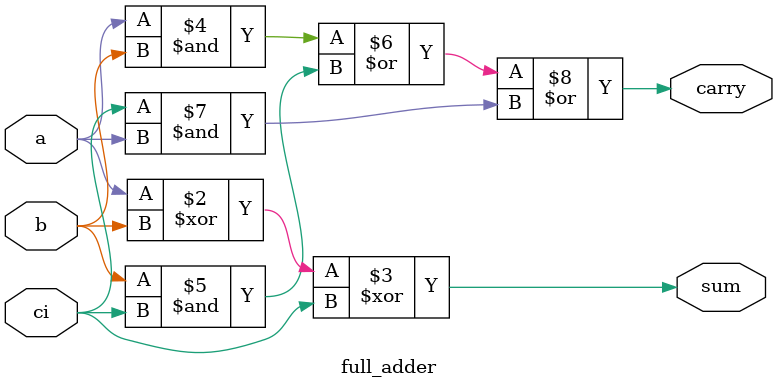
<source format=v>

module full_adder(a,b,ci,sum,carry);
	input a,b,ci;
	output reg sum,carry;
	
	always@(a or b or ci) begin
		sum = a^b^ci;
	    carry = a&b | b&ci | ci&a;
	end
	
endmodule

</source>
